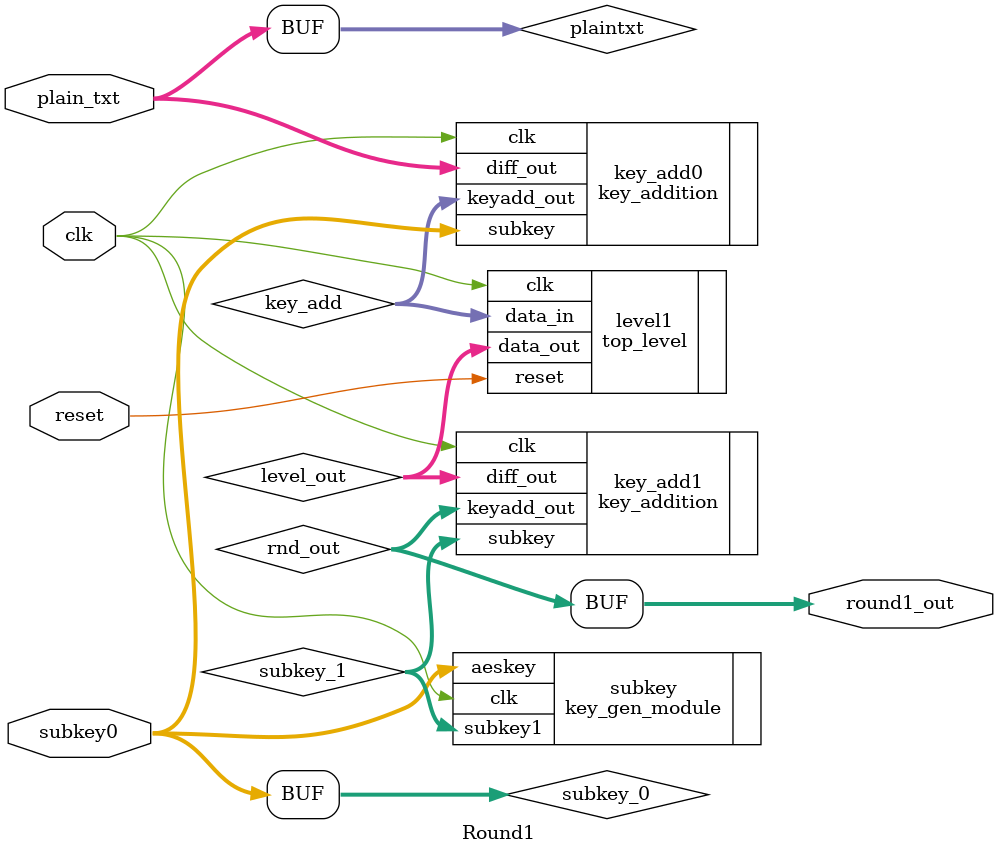
<source format=v>
`timescale 1ns / 1ps
module Round1(
          input clk, reset,
          input [127:0] plain_txt, subkey0,
          output [127:0] round1_out);
 
  wire[127:0] subkey_0, subkey_1, plaintxt, rnd_out, key_add, level_out;
  
  assign plaintxt = plain_txt;
  assign subkey_0 = subkey0;
  assign round1_out = rnd_out;
  
  key_addition key_add0 (.clk(clk), .subkey(subkey_0), .diff_out(plaintxt), .keyadd_out(key_add));
  top_level level1 (.clk(clk), .reset(reset), .data_in(key_add), .data_out(level_out));
  key_gen_module subkey (.clk(clk), .aeskey(subkey_0), .subkey1(subkey_1));
  key_addition key_add1 (.clk(clk), .subkey(subkey_1), .diff_out(level_out), .keyadd_out(rnd_out));
           
endmodule

</source>
